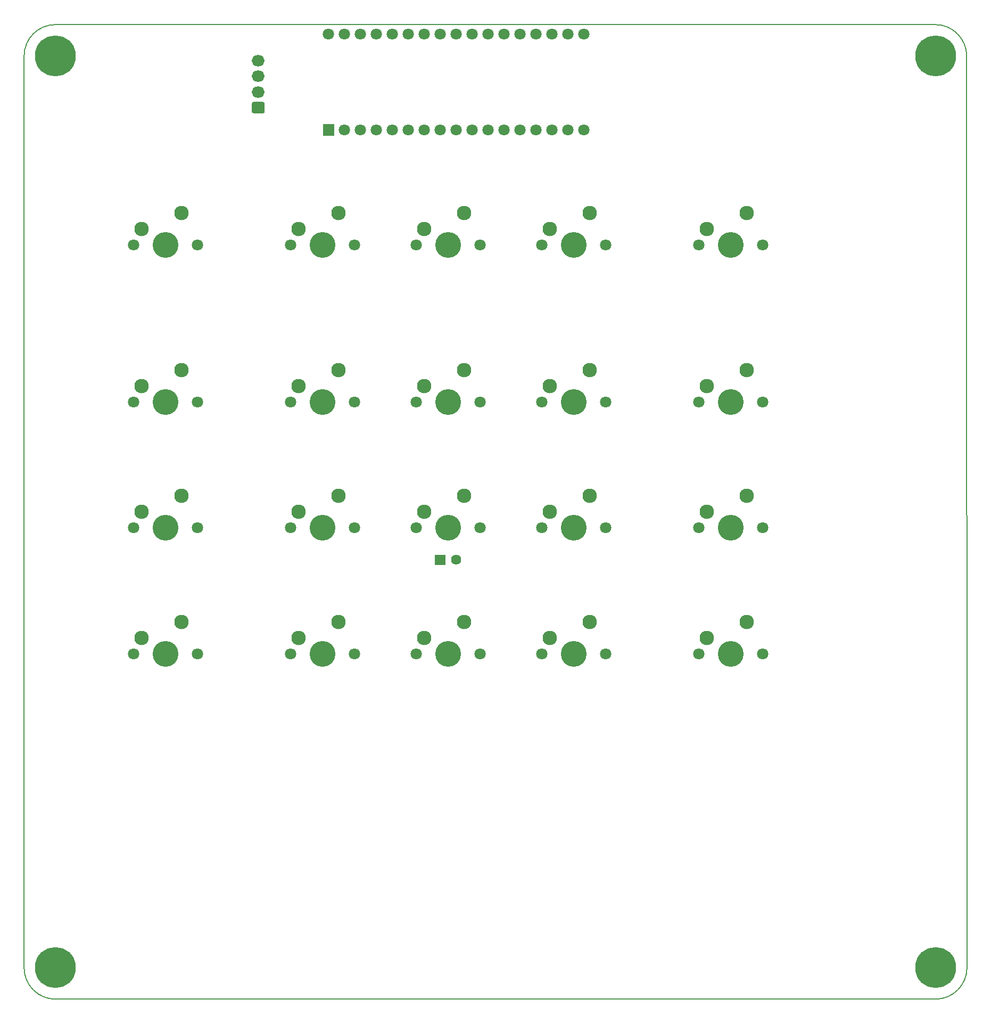
<source format=gbr>
%TF.GenerationSoftware,KiCad,Pcbnew,(5.1.9)-1*%
%TF.CreationDate,2021-06-11T11:51:17+02:00*%
%TF.ProjectId,08_Main_Gauche,30385f4d-6169-46e5-9f47-61756368652e,rev?*%
%TF.SameCoordinates,Original*%
%TF.FileFunction,Soldermask,Bot*%
%TF.FilePolarity,Negative*%
%FSLAX46Y46*%
G04 Gerber Fmt 4.6, Leading zero omitted, Abs format (unit mm)*
G04 Created by KiCad (PCBNEW (5.1.9)-1) date 2021-06-11 11:51:17*
%MOMM*%
%LPD*%
G01*
G04 APERTURE LIST*
%TA.AperFunction,Profile*%
%ADD10C,0.150000*%
%TD*%
%ADD11C,2.300000*%
%ADD12C,4.100000*%
%ADD13C,1.800000*%
%ADD14C,0.900000*%
%ADD15C,6.500000*%
%ADD16C,1.624000*%
%ADD17O,2.050000X1.800000*%
G04 APERTURE END LIST*
D10*
X165000000Y-25000000D02*
G75*
G02*
X170000000Y-30000000I0J-5000000D01*
G01*
X170050000Y-174950000D02*
G75*
G02*
X165050000Y-179950000I-5000000J0D01*
G01*
X25050000Y-179950000D02*
G75*
G02*
X20050000Y-174950000I0J5000000D01*
G01*
X20050000Y-30000000D02*
G75*
G02*
X25050000Y-25000000I5000000J0D01*
G01*
X20050000Y-174950000D02*
X20050000Y-30000000D01*
X165050000Y-179950000D02*
X25050000Y-179950000D01*
X170000000Y-30000000D02*
X170050000Y-174950000D01*
X25050000Y-25000000D02*
X165000000Y-25000000D01*
D11*
%TO.C,SW4*%
X45050000Y-119950000D03*
X38700000Y-122490000D03*
D12*
X42510000Y-125030000D03*
D13*
X37430000Y-125030000D03*
X47590000Y-125030000D03*
%TD*%
D14*
%TO.C,H2*%
X166747056Y-173252944D03*
X165050000Y-172550000D03*
X163352944Y-173252944D03*
X162650000Y-174950000D03*
X163352944Y-176647056D03*
X165050000Y-177350000D03*
X166747056Y-176647056D03*
X167450000Y-174950000D03*
D15*
X165050000Y-174950000D03*
%TD*%
D14*
%TO.C,H1*%
X26697056Y-28302944D03*
X25000000Y-27600000D03*
X23302944Y-28302944D03*
X22600000Y-30000000D03*
X23302944Y-31697056D03*
X25000000Y-32400000D03*
X26697056Y-31697056D03*
X27400000Y-30000000D03*
D15*
X25000000Y-30000000D03*
%TD*%
D14*
%TO.C,H3*%
X166747056Y-28302944D03*
X165050000Y-27600000D03*
X163352944Y-28302944D03*
X162650000Y-30000000D03*
X163352944Y-31697056D03*
X165050000Y-32400000D03*
X166747056Y-31697056D03*
X167450000Y-30000000D03*
D15*
X165050000Y-30000000D03*
%TD*%
D14*
%TO.C,H4*%
X26747056Y-173252944D03*
X25050000Y-172550000D03*
X23352944Y-173252944D03*
X22650000Y-174950000D03*
X23352944Y-176647056D03*
X25050000Y-177350000D03*
X26747056Y-176647056D03*
X27450000Y-174950000D03*
D15*
X25050000Y-174950000D03*
%TD*%
D13*
%TO.C,SW2*%
X47590000Y-85030000D03*
X37430000Y-85030000D03*
D12*
X42510000Y-85030000D03*
D11*
X38700000Y-82490000D03*
X45050000Y-79950000D03*
%TD*%
D13*
%TO.C,SW3*%
X47590000Y-105030000D03*
X37430000Y-105030000D03*
D12*
X42510000Y-105030000D03*
D11*
X38700000Y-102490000D03*
X45050000Y-99950000D03*
%TD*%
D13*
%TO.C,SW21*%
X137590000Y-125030000D03*
X127430000Y-125030000D03*
D12*
X132510000Y-125030000D03*
D11*
X128700000Y-122490000D03*
X135050000Y-119950000D03*
%TD*%
D13*
%TO.C,SW8*%
X72590000Y-125030000D03*
X62430000Y-125030000D03*
D12*
X67510000Y-125030000D03*
D11*
X63700000Y-122490000D03*
X70050000Y-119950000D03*
%TD*%
D13*
%TO.C,SW12*%
X92590000Y-125030000D03*
X82430000Y-125030000D03*
D12*
X87510000Y-125030000D03*
D11*
X83700000Y-122490000D03*
X90050000Y-119950000D03*
%TD*%
D13*
%TO.C,SW17*%
X112590000Y-125030000D03*
X102430000Y-125030000D03*
D12*
X107510000Y-125030000D03*
D11*
X103700000Y-122490000D03*
X110050000Y-119950000D03*
%TD*%
D13*
%TO.C,SW19*%
X137590000Y-85030000D03*
X127430000Y-85030000D03*
D12*
X132510000Y-85030000D03*
D11*
X128700000Y-82490000D03*
X135050000Y-79950000D03*
%TD*%
D13*
%TO.C,SW6*%
X72590000Y-85030000D03*
X62430000Y-85030000D03*
D12*
X67510000Y-85030000D03*
D11*
X63700000Y-82490000D03*
X70050000Y-79950000D03*
%TD*%
D13*
%TO.C,SW10*%
X92590000Y-85030000D03*
X82430000Y-85030000D03*
D12*
X87510000Y-85030000D03*
D11*
X83700000Y-82490000D03*
X90050000Y-79950000D03*
%TD*%
D13*
%TO.C,SW15*%
X112590000Y-85030000D03*
X102430000Y-85030000D03*
D12*
X107510000Y-85030000D03*
D11*
X103700000Y-82490000D03*
X110050000Y-79950000D03*
%TD*%
D13*
%TO.C,SW20*%
X137590000Y-105030000D03*
X127430000Y-105030000D03*
D12*
X132510000Y-105030000D03*
D11*
X128700000Y-102490000D03*
X135050000Y-99950000D03*
%TD*%
D13*
%TO.C,SW7*%
X72590000Y-105030000D03*
X62430000Y-105030000D03*
D12*
X67510000Y-105030000D03*
D11*
X63700000Y-102490000D03*
X70050000Y-99950000D03*
%TD*%
D13*
%TO.C,SW16*%
X112590000Y-105030000D03*
X102430000Y-105030000D03*
D12*
X107510000Y-105030000D03*
D11*
X103700000Y-102490000D03*
X110050000Y-99950000D03*
%TD*%
%TO.C,SW1*%
X45050000Y-54950000D03*
X38700000Y-57490000D03*
D12*
X42510000Y-60030000D03*
D13*
X37430000Y-60030000D03*
X47590000Y-60030000D03*
%TD*%
%TO.C,SW5*%
X72590000Y-60030000D03*
X62430000Y-60030000D03*
D12*
X67510000Y-60030000D03*
D11*
X63700000Y-57490000D03*
X70050000Y-54950000D03*
%TD*%
%TO.C,SW9*%
X90050000Y-54950000D03*
X83700000Y-57490000D03*
D12*
X87510000Y-60030000D03*
D13*
X82430000Y-60030000D03*
X92590000Y-60030000D03*
%TD*%
D11*
%TO.C,SW11*%
X90050000Y-99950000D03*
X83700000Y-102490000D03*
D12*
X87510000Y-105030000D03*
D13*
X82430000Y-105030000D03*
X92590000Y-105030000D03*
G36*
G01*
X85428000Y-110872000D02*
X85428000Y-109348000D01*
G75*
G02*
X85478000Y-109298000I50000J0D01*
G01*
X87002000Y-109298000D01*
G75*
G02*
X87052000Y-109348000I0J-50000D01*
G01*
X87052000Y-110872000D01*
G75*
G02*
X87002000Y-110922000I-50000J0D01*
G01*
X85478000Y-110922000D01*
G75*
G02*
X85428000Y-110872000I0J50000D01*
G01*
G37*
D16*
X88780000Y-110110000D03*
%TD*%
D13*
%TO.C,SW14*%
X112590000Y-60030000D03*
X102430000Y-60030000D03*
D12*
X107510000Y-60030000D03*
D11*
X103700000Y-57490000D03*
X110050000Y-54950000D03*
%TD*%
%TO.C,SW18*%
X135050000Y-54950000D03*
X128700000Y-57490000D03*
D12*
X132510000Y-60030000D03*
D13*
X127430000Y-60030000D03*
X137590000Y-60030000D03*
%TD*%
%TO.C,J1*%
G36*
G01*
X58060295Y-39100000D02*
X56539705Y-39100000D01*
G75*
G02*
X56275000Y-38835295I0J264705D01*
G01*
X56275000Y-37564705D01*
G75*
G02*
X56539705Y-37300000I264705J0D01*
G01*
X58060295Y-37300000D01*
G75*
G02*
X58325000Y-37564705I0J-264705D01*
G01*
X58325000Y-38835295D01*
G75*
G02*
X58060295Y-39100000I-264705J0D01*
G01*
G37*
D17*
X57300000Y-35700000D03*
X57300000Y-33200000D03*
X57300000Y-30700000D03*
%TD*%
D13*
%TO.C,U1*%
X68500000Y-26490000D03*
X71040000Y-26490000D03*
X73580000Y-26490000D03*
X76120000Y-26490000D03*
X78660000Y-26490000D03*
X81200000Y-26490000D03*
X83740000Y-26490000D03*
X86280000Y-26490000D03*
X88820000Y-26490000D03*
X91360000Y-26490000D03*
X93900000Y-26490000D03*
X96440000Y-26490000D03*
X98980000Y-26490000D03*
X101520000Y-26490000D03*
X104060000Y-26490000D03*
X106600000Y-26490000D03*
X109140000Y-26490000D03*
G36*
G01*
X67600000Y-42596000D02*
X67600000Y-40896000D01*
G75*
G02*
X67650000Y-40846000I50000J0D01*
G01*
X69350000Y-40846000D01*
G75*
G02*
X69400000Y-40896000I0J-50000D01*
G01*
X69400000Y-42596000D01*
G75*
G02*
X69350000Y-42646000I-50000J0D01*
G01*
X67650000Y-42646000D01*
G75*
G02*
X67600000Y-42596000I0J50000D01*
G01*
G37*
X71040000Y-41746000D03*
X73580000Y-41746000D03*
X76120000Y-41746000D03*
X78660000Y-41746000D03*
X81200000Y-41746000D03*
X83740000Y-41746000D03*
X86280000Y-41746000D03*
X88820000Y-41746000D03*
X91360000Y-41746000D03*
X93900000Y-41746000D03*
X96440000Y-41746000D03*
X98980000Y-41746000D03*
X101520000Y-41746000D03*
X104060000Y-41746000D03*
X106600000Y-41746000D03*
X109140000Y-41746000D03*
%TD*%
M02*

</source>
